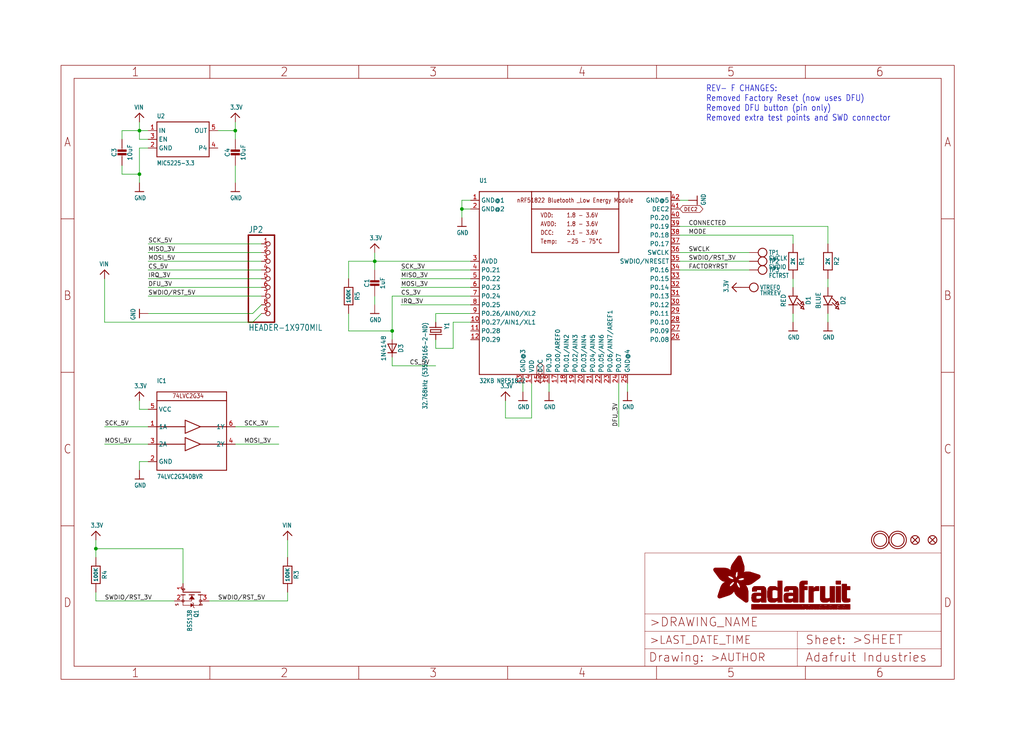
<source format=kicad_sch>
(kicad_sch (version 20211123) (generator eeschema)
  (paper "User" 298.45 217.881)
  (lib_symbols
    (symbol "schematicEagle-eagle-import:3.3V" (power)
      (property "Value" "3.3V" (at -1.524 1.016 0))
      (symbol "3.3V_1_0"
        (pin power_in line (at 0 -2.54 90) (length 2.54) (name "3.3V") (number "1"))
      )
    )
    (symbol "schematicEagle-eagle-import:74LVC2G34DBVR"
      (property "Reference" "IC" (at -7.62 15.24 0))
      (property "Value" "74LVC2G34DBVR" (at -7.62 -12.7 0))
      (symbol "74LVC2G34DBVR_1_0"
        (text "74LVC2G34" (at -3.175 10.795 0) (effects (font (size 1.27 1.0795)) (justify left bottom)))
        (pin input line (at -10.16 2.54 0) (length 2.54) (name "1A") (number "1"))
        (pin power_in line (at -10.16 -7.62 0) (length 2.54) (name "GND") (number "2"))
        (pin input line (at -10.16 -2.54 0) (length 2.54) (name "2A") (number "3"))
        (pin output line (at 15.24 -2.54 180) (length 2.54) (name "2Y") (number "4"))
        (pin power_in line (at -10.16 7.62 0) (length 2.54) (name "VCC") (number "5"))
        (pin output line (at 15.24 2.54 180) (length 2.54) (name "1Y") (number "6"))
      )
    )
    (symbol "schematicEagle-eagle-import:CAP_CERAMIC0805-NOOUTLINE"
      (property "Reference" "C" (at -2.29 1.25 90))
      (property "Value" "CAP_CERAMIC0805-NOOUTLINE" (at 2.3 1.25 90))
      (symbol "CAP_CERAMIC0805-NOOUTLINE_1_0"
        (pin passive line (at 0 5.08 270) (length 2.54) (name "1") (number "1"))
        (pin passive line (at 0 -2.54 90) (length 2.54) (name "2") (number "2"))
      )
    )
    (symbol "schematicEagle-eagle-import:CAP_CERAMIC0805_10MGAP"
      (property "Reference" "C" (at -2.29 1.25 90))
      (property "Value" "CAP_CERAMIC0805_10MGAP" (at 2.3 1.25 90))
      (symbol "CAP_CERAMIC0805_10MGAP_1_0"
        (pin passive line (at 0 5.08 270) (length 2.54) (name "1") (number "1"))
        (pin passive line (at 0 -2.54 90) (length 2.54) (name "2") (number "2"))
      )
    )
    (symbol "schematicEagle-eagle-import:CRYSTAL2.0X6.0_32.768"
      (property "Reference" "Y" (at -2.54 2.54 0))
      (property "Value" "CRYSTAL2.0X6.0_32.768" (at -2.54 -3.81 0))
      (symbol "CRYSTAL2.0X6.0_32.768_1_0"
        (pin passive line (at -2.54 0 0) (length 0) (name "1") (number "1"))
        (pin passive line (at 2.54 0 180) (length 0) (name "2") (number "2"))
      )
    )
    (symbol "schematicEagle-eagle-import:DIODESOD-323"
      (property "Reference" "D" (at 0 2.54 0))
      (property "Value" "DIODESOD-323" (at 0 -2.5 0))
      (symbol "DIODESOD-323_1_0"
        (pin passive line (at -2.54 0 0) (length 2.54) (name "A") (number "A"))
        (pin passive line (at 2.54 0 180) (length 2.54) (name "C") (number "C"))
      )
    )
    (symbol "schematicEagle-eagle-import:FIDUCIAL{dblquote}{dblquote}")
    (symbol "schematicEagle-eagle-import:FRAME_A4_ADAFRUIT"
      (symbol "FRAME_A4_ADAFRUIT_0_0"
        (text "1" (at 21.6958 1.905 0) (effects (font (size 2.54 2.286))))
        (text "1" (at 21.6958 177.165 0) (effects (font (size 2.54 2.286))))
        (text "2" (at 65.0875 1.905 0) (effects (font (size 2.54 2.286))))
        (text "2" (at 65.0875 177.165 0) (effects (font (size 2.54 2.286))))
        (text "3" (at 108.4792 1.905 0) (effects (font (size 2.54 2.286))))
        (text "3" (at 108.4792 177.165 0) (effects (font (size 2.54 2.286))))
        (text "4" (at 151.8708 1.905 0) (effects (font (size 2.54 2.286))))
        (text "4" (at 151.8708 177.165 0) (effects (font (size 2.54 2.286))))
        (text "5" (at 195.2625 1.905 0) (effects (font (size 2.54 2.286))))
        (text "5" (at 195.2625 177.165 0) (effects (font (size 2.54 2.286))))
        (text "6" (at 238.6542 1.905 0) (effects (font (size 2.54 2.286))))
        (text "6" (at 238.6542 177.165 0) (effects (font (size 2.54 2.286))))
        (text "A" (at 1.905 156.6863 0) (effects (font (size 2.54 2.286))))
        (text "A" (at 258.445 156.6863 0) (effects (font (size 2.54 2.286))))
        (text "B" (at 1.905 111.9188 0) (effects (font (size 2.54 2.286))))
        (text "B" (at 258.445 111.9188 0) (effects (font (size 2.54 2.286))))
        (text "C" (at 1.905 67.1513 0) (effects (font (size 2.54 2.286))))
        (text "C" (at 258.445 67.1513 0) (effects (font (size 2.54 2.286))))
        (text "D" (at 1.905 22.3838 0) (effects (font (size 2.54 2.286))))
        (text "D" (at 258.445 22.3838 0) (effects (font (size 2.54 2.286))))
      )
      (symbol "FRAME_A4_ADAFRUIT_1_0"
        (text ">AUTHOR" (at 189.23 5.08 0) (effects (font (size 2.286 2.286)) (justify left bottom)))
        (text ">DRAWING_NAME" (at 171.45 15.24 0) (effects (font (size 2.54 2.54)) (justify left bottom)))
        (text ">LAST_DATE_TIME" (at 171.45 10.16 0) (effects (font (size 2.286 2.286)) (justify left bottom)))
        (text ">SHEET" (at 230.505 10.16 0) (effects (font (size 2.54 2.54)) (justify left bottom)))
        (text "Adafruit Industries" (at 216.916 4.953 0) (effects (font (size 2.54 2.54)) (justify left bottom)))
        (text "Drawing:" (at 171.196 4.953 0) (effects (font (size 2.54 2.54)) (justify left bottom)))
        (text "Sheet:" (at 216.916 10.033 0) (effects (font (size 2.54 2.54)) (justify left bottom)))
      )
    )
    (symbol "schematicEagle-eagle-import:GND" (power)
      (property "Value" "GND" (at -1.524 -2.54 0))
      (symbol "GND_1_0"
        (pin power_in line (at 0 2.54 270) (length 2.54) (name "GND") (number "1"))
      )
    )
    (symbol "schematicEagle-eagle-import:HEADER-1X970MIL"
      (property "Reference" "JP" (at -6.35 13.335 0))
      (property "Value" "HEADER-1X970MIL" (at -6.35 -15.24 0))
      (symbol "HEADER-1X970MIL_1_0"
        (pin passive inverted (at -2.54 10.16 0) (length 2.54) (name "1") (number "1"))
        (pin passive inverted (at -2.54 7.62 0) (length 2.54) (name "2") (number "2"))
        (pin passive inverted (at -2.54 5.08 0) (length 2.54) (name "3") (number "3"))
        (pin passive inverted (at -2.54 2.54 0) (length 2.54) (name "4") (number "4"))
        (pin passive inverted (at -2.54 0 0) (length 2.54) (name "5") (number "5"))
        (pin passive inverted (at -2.54 -2.54 0) (length 2.54) (name "6") (number "6"))
        (pin passive inverted (at -2.54 -5.08 0) (length 2.54) (name "7") (number "7"))
        (pin passive inverted (at -2.54 -7.62 0) (length 2.54) (name "8") (number "8"))
        (pin passive inverted (at -2.54 -10.16 0) (length 2.54) (name "9") (number "9"))
      )
    )
    (symbol "schematicEagle-eagle-import:LED0805_NOOUTLINE"
      (property "Reference" "D" (at -1.27 4.445 0))
      (property "Value" "LED0805_NOOUTLINE" (at -1.27 -2.794 0))
      (symbol "LED0805_NOOUTLINE_1_0"
        (pin passive line (at -5.08 0 0) (length 2.54) (name "A") (number "A"))
        (pin passive line (at 2.54 0 180) (length 2.54) (name "C") (number "C"))
      )
    )
    (symbol "schematicEagle-eagle-import:MOSFET-NWIDE"
      (property "Reference" "Q" (at 5.08 0.635 0))
      (property "Value" "MOSFET-NWIDE" (at 5.08 -1.27 0))
      (symbol "MOSFET-NWIDE_1_0"
        (text "D" (at 3.175 3.175 0) (effects (font (size 0.8128 0.6908)) (justify left bottom)))
        (text "G" (at -1.27 -1.905 0) (effects (font (size 0.8128 0.6908)) (justify left bottom)))
        (text "S" (at 3.175 -3.81 0) (effects (font (size 0.8128 0.6908)) (justify left bottom)))
        (pin bidirectional line (at -2.54 -2.54 0) (length 2.54) (name "G") (number "1"))
        (pin bidirectional line (at 2.54 -5.08 90) (length 2.54) (name "S") (number "2"))
        (pin bidirectional line (at 2.54 5.08 270) (length 2.54) (name "D") (number "3"))
      )
    )
    (symbol "schematicEagle-eagle-import:MOUNTINGHOLE2.5")
    (symbol "schematicEagle-eagle-import:NRF51822_MODULE_MDBT40"
      (property "Reference" "U" (at -27.94 27.94 0))
      (property "Value" "NRF51822_MODULE_MDBT40" (at -27.94 -30.48 0))
      (symbol "NRF51822_MODULE_MDBT40_1_0"
        (text "-25 - 75°C" (at -2.54 10.16 0) (effects (font (size 1.27 1.0795)) (justify left bottom)))
        (text "1.8 - 3.6V" (at -2.54 15.24 0) (effects (font (size 1.27 1.0795)) (justify left bottom)))
        (text "1.8 - 3.6V" (at -2.54 17.78 0) (effects (font (size 1.27 1.0795)) (justify left bottom)))
        (text "2.1 - 3.6V" (at -2.54 12.7 0) (effects (font (size 1.27 1.0795)) (justify left bottom)))
        (text "AVDD:" (at -10.16 15.24 0) (effects (font (size 1.27 1.0795)) (justify left bottom)))
        (text "DCC:" (at -10.16 12.7 0) (effects (font (size 1.27 1.0795)) (justify left bottom)))
        (text "nRF51822 Bluetooth _Low Energy Module" (at 0 22.86 0) (effects (font (size 1.27 1.0795))))
        (text "Temp:" (at -10.16 10.16 0) (effects (font (size 1.27 1.0795)) (justify left bottom)))
        (text "VDD:" (at -10.16 17.78 0) (effects (font (size 1.27 1.0795)) (justify left bottom)))
        (pin power_in line (at -30.48 22.86 0) (length 2.54) (name "GND@1") (number "1"))
        (pin bidirectional line (at -30.48 -12.7 0) (length 2.54) (name "P0.27/AIN1/XL1") (number "10"))
        (pin bidirectional line (at -30.48 -15.24 0) (length 2.54) (name "P0.28") (number "11"))
        (pin bidirectional line (at -30.48 -17.78 0) (length 2.54) (name "P0.29") (number "12"))
        (pin power_in line (at -15.24 -30.48 90) (length 2.54) (name "GND@3") (number "13"))
        (pin power_in line (at -12.7 -30.48 90) (length 2.54) (name "VDD") (number "14"))
        (pin power_in line (at -10.16 -30.48 90) (length 2.54) (name "DCC") (number "15"))
        (pin bidirectional line (at -7.62 -30.48 90) (length 2.54) (name "P0.30") (number "16"))
        (pin bidirectional line (at -5.08 -30.48 90) (length 2.54) (name "P0.00/AREF0") (number "17"))
        (pin bidirectional line (at -2.54 -30.48 90) (length 2.54) (name "P0.01/AIN2") (number "18"))
        (pin bidirectional line (at 0 -30.48 90) (length 2.54) (name "P0.02/AIN3") (number "19"))
        (pin power_in line (at -30.48 20.32 0) (length 2.54) (name "GND@2") (number "2"))
        (pin bidirectional line (at 2.54 -30.48 90) (length 2.54) (name "P0.03/AIN4") (number "20"))
        (pin bidirectional line (at 5.08 -30.48 90) (length 2.54) (name "P0.04/AIN5") (number "21"))
        (pin bidirectional line (at 7.62 -30.48 90) (length 2.54) (name "P0.05/AIN6") (number "22"))
        (pin bidirectional line (at 10.16 -30.48 90) (length 2.54) (name "P0.06/AIN7/AREF1") (number "23"))
        (pin bidirectional line (at 12.7 -30.48 90) (length 2.54) (name "P0.07") (number "24"))
        (pin power_in line (at 15.24 -30.48 90) (length 2.54) (name "GND@4") (number "25"))
        (pin bidirectional line (at 30.48 -17.78 180) (length 2.54) (name "P0.08") (number "26"))
        (pin bidirectional line (at 30.48 -15.24 180) (length 2.54) (name "P0.09") (number "27"))
        (pin bidirectional line (at 30.48 -12.7 180) (length 2.54) (name "P0.10") (number "28"))
        (pin bidirectional line (at 30.48 -10.16 180) (length 2.54) (name "P0.11") (number "29"))
        (pin power_in line (at -30.48 5.08 0) (length 2.54) (name "AVDD") (number "3"))
        (pin bidirectional line (at 30.48 -7.62 180) (length 2.54) (name "P0.12") (number "30"))
        (pin bidirectional line (at 30.48 -5.08 180) (length 2.54) (name "P0.13") (number "31"))
        (pin bidirectional line (at 30.48 -2.54 180) (length 2.54) (name "P0.14") (number "32"))
        (pin bidirectional line (at 30.48 0 180) (length 2.54) (name "P0.15") (number "33"))
        (pin bidirectional line (at 30.48 2.54 180) (length 2.54) (name "P0.16") (number "34"))
        (pin bidirectional line (at 30.48 5.08 180) (length 2.54) (name "SWDIO/NRESET") (number "35"))
        (pin bidirectional line (at 30.48 7.62 180) (length 2.54) (name "SWCLK") (number "36"))
        (pin bidirectional line (at 30.48 10.16 180) (length 2.54) (name "P0.17") (number "37"))
        (pin bidirectional line (at 30.48 12.7 180) (length 2.54) (name "P0.18") (number "38"))
        (pin bidirectional line (at 30.48 15.24 180) (length 2.54) (name "P0.19") (number "39"))
        (pin bidirectional line (at -30.48 2.54 0) (length 2.54) (name "P0.21") (number "4"))
        (pin bidirectional line (at 30.48 17.78 180) (length 2.54) (name "P0.20") (number "40"))
        (pin power_in line (at 30.48 20.32 180) (length 2.54) (name "DEC2") (number "41"))
        (pin power_in line (at 30.48 22.86 180) (length 2.54) (name "GND@5") (number "42"))
        (pin bidirectional line (at -30.48 0 0) (length 2.54) (name "P0.22") (number "5"))
        (pin bidirectional line (at -30.48 -2.54 0) (length 2.54) (name "P0.23") (number "6"))
        (pin bidirectional line (at -30.48 -5.08 0) (length 2.54) (name "P0.24") (number "7"))
        (pin bidirectional line (at -30.48 -7.62 0) (length 2.54) (name "P0.25") (number "8"))
        (pin bidirectional line (at -30.48 -10.16 0) (length 2.54) (name "P0.26/AIN0/XL2") (number "9"))
      )
    )
    (symbol "schematicEagle-eagle-import:RESISTOR0805_NOOUTLINE"
      (property "Reference" "R" (at 0 2.54 0))
      (property "Value" "RESISTOR0805_NOOUTLINE" (at 0 0 0))
      (symbol "RESISTOR0805_NOOUTLINE_1_0"
        (pin passive line (at -5.08 0 0) (length 2.54) (name "1") (number "1"))
        (pin passive line (at 5.08 0 180) (length 2.54) (name "2") (number "2"))
      )
    )
    (symbol "schematicEagle-eagle-import:RESISTOR_0805MP"
      (property "Reference" "R" (at 0 2.54 0))
      (property "Value" "RESISTOR_0805MP" (at 0 0 0))
      (symbol "RESISTOR_0805MP_1_0"
        (pin passive line (at -5.08 0 0) (length 2.54) (name "1") (number "1"))
        (pin passive line (at 5.08 0 180) (length 2.54) (name "2") (number "2"))
      )
    )
    (symbol "schematicEagle-eagle-import:TESTPOINT1.5X2.0MM_NOCREAM"
      (property "Reference" "TP" (at 0 5.588 90))
      (property "Value" "TESTPOINT1.5X2.0MM_NOCREAM" (at 1.651 5.588 90))
      (symbol "TESTPOINT1.5X2.0MM_NOCREAM_1_0"
        (pin bidirectional line (at 0 0 90) (length 2.54) (name "P$1") (number "P$1"))
      )
    )
    (symbol "schematicEagle-eagle-import:VIN" (power)
      (property "Value" "VIN" (at -1.524 1.016 0))
      (symbol "VIN_1_0"
        (pin power_in line (at 0 -2.54 90) (length 2.54) (name "VIN") (number "1"))
      )
    )
    (symbol "schematicEagle-eagle-import:VREG_SOT23-5"
      (property "Reference" "U" (at -7.62 6.096 0))
      (property "Value" "VREG_SOT23-5" (at -7.62 -7.62 0))
      (symbol "VREG_SOT23-5_1_0"
        (pin power_in line (at -10.16 2.54 0) (length 2.54) (name "IN") (number "1"))
        (pin power_in line (at -10.16 -2.54 0) (length 2.54) (name "GND") (number "2"))
        (pin input line (at -10.16 0 0) (length 2.54) (name "EN") (number "3"))
        (pin bidirectional line (at 10.16 -2.54 180) (length 2.54) (name "P4") (number "4"))
        (pin power_in line (at 10.16 2.54 180) (length 2.54) (name "OUT") (number "5"))
      )
    )
  )
  (junction (at 114.3 96.52))
  (junction (at 109.22 76.2))
  (junction (at 40.64 38.1))
  (junction (at 134.62 60.96))
  (junction (at 27.94 160.02))
  (junction (at 40.64 50.8))
  (junction (at 68.58 38.1))
  (wire (pts (xy 43.18 86.36) (xy 76.2 86.36)))
  (wire (pts (xy 30.48 129.54) (xy 43.18 129.54)))
  (wire (pts (xy 198.12 78.74) (xy 218.44 78.74)))
  (wire (pts (xy 43.18 119.38) (xy 40.64 119.38)))
  (wire (pts (xy 132.08 101.6) (xy 132.08 93.98)))
  (wire (pts (xy 137.16 60.96) (xy 134.62 60.96)))
  (wire (pts (xy 114.3 106.68) (xy 127 106.68)))
  (wire (pts (xy 114.3 106.68) (xy 114.3 104.14)))
  (wire (pts (xy 132.08 93.98) (xy 137.16 93.98)))
  (wire (pts (xy 241.3 66.04) (xy 241.3 71.12)))
  (wire (pts (xy 180.34 111.76) (xy 180.34 124.46)))
  (wire (pts (xy 43.18 134.62) (xy 40.64 134.62)))
  (wire (pts (xy 116.84 88.9) (xy 137.16 88.9)))
  (wire (pts (xy 40.64 119.38) (xy 40.64 116.84)))
  (wire (pts (xy 114.3 86.36) (xy 137.16 86.36)))
  (wire (pts (xy 68.58 48.26) (xy 68.58 53.34)))
  (wire (pts (xy 27.94 175.26) (xy 50.8 175.26)))
  (wire (pts (xy 127 99.06) (xy 127 101.6)))
  (wire (pts (xy 116.84 78.74) (xy 137.16 78.74)))
  (wire (pts (xy 35.56 38.1) (xy 35.56 40.64)))
  (wire (pts (xy 43.18 40.64) (xy 40.64 40.64)))
  (wire (pts (xy 53.34 160.02) (xy 27.94 160.02)))
  (wire (pts (xy 198.12 68.58) (xy 231.14 68.58)))
  (wire (pts (xy 40.64 50.8) (xy 35.56 50.8)))
  (wire (pts (xy 27.94 162.56) (xy 27.94 160.02)))
  (wire (pts (xy 152.4 111.76) (xy 152.4 114.3)))
  (wire (pts (xy 68.58 38.1) (xy 68.58 40.64)))
  (wire (pts (xy 76.2 83.82) (xy 43.18 83.82)))
  (wire (pts (xy 198.12 76.2) (xy 218.44 76.2)))
  (wire (pts (xy 198.12 58.42) (xy 200.66 58.42)))
  (wire (pts (xy 40.64 38.1) (xy 35.56 38.1)))
  (wire (pts (xy 116.84 81.28) (xy 137.16 81.28)))
  (wire (pts (xy 40.64 38.1) (xy 40.64 35.56)))
  (wire (pts (xy 83.82 172.72) (xy 83.82 175.26)))
  (wire (pts (xy 101.6 96.52) (xy 114.3 96.52)))
  (wire (pts (xy 30.48 93.98) (xy 30.48 81.28)))
  (wire (pts (xy 127 101.6) (xy 132.08 101.6)))
  (wire (pts (xy 137.16 76.2) (xy 109.22 76.2)))
  (wire (pts (xy 101.6 76.2) (xy 101.6 81.28)))
  (wire (pts (xy 40.64 43.18) (xy 40.64 50.8)))
  (wire (pts (xy 137.16 58.42) (xy 134.62 58.42)))
  (wire (pts (xy 182.88 111.76) (xy 182.88 114.3)))
  (wire (pts (xy 231.14 91.44) (xy 231.14 93.98)))
  (wire (pts (xy 137.16 91.44) (xy 127 91.44)))
  (wire (pts (xy 40.64 50.8) (xy 40.64 53.34)))
  (wire (pts (xy 27.94 175.26) (xy 27.94 172.72)))
  (wire (pts (xy 68.58 124.46) (xy 81.28 124.46)))
  (wire (pts (xy 198.12 73.66) (xy 218.44 73.66)))
  (wire (pts (xy 241.3 91.44) (xy 241.3 93.98)))
  (wire (pts (xy 231.14 68.58) (xy 231.14 71.12)))
  (wire (pts (xy 134.62 60.96) (xy 134.62 63.5)))
  (wire (pts (xy 30.48 124.46) (xy 43.18 124.46)))
  (wire (pts (xy 68.58 129.54) (xy 81.28 129.54)))
  (wire (pts (xy 43.18 78.74) (xy 76.2 78.74)))
  (wire (pts (xy 73.66 93.98) (xy 76.2 91.44)))
  (wire (pts (xy 43.18 76.2) (xy 76.2 76.2)))
  (wire (pts (xy 134.62 58.42) (xy 134.62 60.96)))
  (wire (pts (xy 109.22 76.2) (xy 109.22 73.66)))
  (wire (pts (xy 73.66 91.44) (xy 76.2 88.9)))
  (wire (pts (xy 43.18 81.28) (xy 76.2 81.28)))
  (wire (pts (xy 109.22 86.36) (xy 109.22 88.9)))
  (wire (pts (xy 241.3 81.28) (xy 241.3 83.82)))
  (wire (pts (xy 160.02 111.76) (xy 160.02 114.3)))
  (wire (pts (xy 40.64 134.62) (xy 40.64 137.16)))
  (wire (pts (xy 73.66 93.98) (xy 30.48 93.98)))
  (wire (pts (xy 114.3 96.52) (xy 114.3 99.06)))
  (wire (pts (xy 43.18 43.18) (xy 40.64 43.18)))
  (wire (pts (xy 147.32 121.92) (xy 147.32 116.84)))
  (wire (pts (xy 43.18 38.1) (xy 40.64 38.1)))
  (wire (pts (xy 40.64 40.64) (xy 40.64 38.1)))
  (wire (pts (xy 60.96 175.26) (xy 83.82 175.26)))
  (wire (pts (xy 35.56 50.8) (xy 35.56 48.26)))
  (wire (pts (xy 68.58 38.1) (xy 68.58 35.56)))
  (wire (pts (xy 43.18 71.12) (xy 76.2 71.12)))
  (wire (pts (xy 114.3 86.36) (xy 114.3 96.52)))
  (wire (pts (xy 53.34 170.18) (xy 53.34 160.02)))
  (wire (pts (xy 101.6 91.44) (xy 101.6 96.52)))
  (wire (pts (xy 116.84 83.82) (xy 137.16 83.82)))
  (wire (pts (xy 127 91.44) (xy 127 93.98)))
  (wire (pts (xy 154.94 121.92) (xy 147.32 121.92)))
  (wire (pts (xy 43.18 73.66) (xy 76.2 73.66)))
  (wire (pts (xy 63.5 38.1) (xy 68.58 38.1)))
  (wire (pts (xy 154.94 111.76) (xy 154.94 121.92)))
  (wire (pts (xy 83.82 162.56) (xy 83.82 157.48)))
  (wire (pts (xy 198.12 66.04) (xy 241.3 66.04)))
  (wire (pts (xy 43.18 91.44) (xy 73.66 91.44)))
  (wire (pts (xy 109.22 76.2) (xy 109.22 78.74)))
  (wire (pts (xy 27.94 160.02) (xy 27.94 157.48)))
  (wire (pts (xy 109.22 76.2) (xy 101.6 76.2)))
  (wire (pts (xy 231.14 81.28) (xy 231.14 83.82)))
  (text "REV- F CHANGES:\nRemoved Factory Reset (now uses DFU)\nRemoved DFU button (pin only)\nRemoved extra test points and SWD connector" (at 205.74 35.56 0) (effects (font (size 1.778 1.5113)) (justify left bottom)))
  (label "MOSI_5V" (at 43.18 76.2 0) (effects (font (size 1.2446 1.2446))))
  (label "SWDIO/RST_3V" (at 200.66 76.2 0) (effects (font (size 1.2446 1.2446))))
  (label "SWDIO/RST_3V" (at 30.48 175.26 0) (effects (font (size 1.2446 1.2446))))
  (label "SWDIO/RST_5V" (at 63.5 175.26 0) (effects (font (size 1.2446 1.2446))))
  (label "MISO_3V" (at 116.84 81.28 0) (effects (font (size 1.2446 1.2446))))
  (label "IRQ_3V" (at 43.18 81.28 0) (effects (font (size 1.2446 1.2446))))
  (label "SWDIO/RST_5V" (at 43.18 86.36 0) (effects (font (size 1.2446 1.2446))))
  (label "MOSI_3V" (at 71.12 129.54 0) (effects (font (size 1.2446 1.2446))))
  (label "SWCLK" (at 200.66 73.66 0) (effects (font (size 1.2446 1.2446))))
  (label "MOSI_3V" (at 116.84 83.82 0) (effects (font (size 1.2446 1.2446))))
  (label "MODE" (at 200.66 68.58 0) (effects (font (size 1.2446 1.2446))))
  (label "SCK_5V" (at 30.48 124.46 0) (effects (font (size 1.2446 1.2446))))
  (label "CS_3V" (at 116.84 86.36 0) (effects (font (size 1.2446 1.2446))))
  (label "CS_5V" (at 119.38 106.68 0) (effects (font (size 1.2446 1.2446))))
  (label "MISO_3V" (at 43.18 73.66 0) (effects (font (size 1.2446 1.2446))))
  (label "CS_5V" (at 43.18 78.74 0) (effects (font (size 1.2446 1.2446))))
  (label "SCK_3V" (at 71.12 124.46 0) (effects (font (size 1.2446 1.2446))))
  (label "SCK_3V" (at 116.84 78.74 0) (effects (font (size 1.2446 1.2446))))
  (label "MOSI_5V" (at 30.48 129.54 0) (effects (font (size 1.2446 1.2446))))
  (label "CONNECTED" (at 200.66 66.04 0) (effects (font (size 1.2446 1.2446))))
  (label "DFU_3V" (at 43.18 83.82 0) (effects (font (size 1.2446 1.2446))))
  (label "IRQ_3V" (at 116.84 88.9 0) (effects (font (size 1.2446 1.2446))))
  (label "FACTORYRST" (at 200.66 78.74 0) (effects (font (size 1.2446 1.2446))))
  (label "DFU_3V" (at 180.34 124.46 90) (effects (font (size 1.2446 1.2446))))
  (label "SCK_5V" (at 43.18 71.12 0) (effects (font (size 1.2446 1.2446))))
  (global_label "DCC" (shape bidirectional) (at 157.48 111.76 90) (effects (font (size 1.016 1.016))) (property "Intersheet References" "${INTERSHEET_REFS}" (effects hide)))
  (global_label "DEC2" (shape bidirectional) (at 198.12 60.96 0) (effects (font (size 1.016 1.016))) (property "Intersheet References" "${INTERSHEET_REFS}" (effects hide)))
  (symbol (lib_id "schematicEagle-eagle-import:TESTPOINT1.5X2.0MM_NOCREAM") (at 218.44 76.2 270) (unit 1)
    (property "Reference" "TP2" (at 224.028 76.2 90) (effects (font (size 1.27 1.0795)) (justify left)))
    (property "Value" "SWDIO" (at 224.028 77.851 90) (effects (font (size 1.27 1.0795)) (justify left)))
    (property "Footprint" "schematicEagle:PAD-1.5X2.0" (effects hide))
  )
  (symbol (lib_id "schematicEagle-eagle-import:GND") (at 203.2 58.42 90) (unit 1)
    (property "Reference" "#U$13" (effects hide))
    (property "Value" "GND" (at 205.74 59.944 0) (effects (font (size 1.27 1.0795)) (justify left bottom)))
    (property "Footprint" "schematicEagle:" (effects hide))
  )
  (symbol (lib_id "schematicEagle-eagle-import:CRYSTAL2.0X6.0_32.768") (at 127 96.52 270) (unit 1)
    (property "Reference" "Y1" (at 129.54 93.98 0) (effects (font (size 1.27 1.0795)) (justify left bottom)))
    (property "Value" "32.768kHz (535-9166-2-ND)" (at 123.19 93.98 0) (effects (font (size 1.27 1.0795)) (justify left bottom)))
    (property "Footprint" "schematicEagle:CRYSTAL_CYL_2X6MM_SMT" (effects hide))
  )
  (symbol (lib_id "schematicEagle-eagle-import:TESTPOINT1.5X2.0MM_NOCREAM") (at 215.9 83.82 270) (unit 1)
    (property "Reference" "VTREF0" (at 221.488 83.82 90) (effects (font (size 1.27 1.0795)) (justify left)))
    (property "Value" "THREEV" (at 221.488 85.471 90) (effects (font (size 1.27 1.0795)) (justify left)))
    (property "Footprint" "schematicEagle:PAD-1.5X2.0" (effects hide))
  )
  (symbol (lib_id "schematicEagle-eagle-import:VIN") (at 40.64 33.02 0) (unit 1)
    (property "Reference" "#U$19" (effects hide))
    (property "Value" "VIN" (at 39.116 32.004 0) (effects (font (size 1.27 1.0795)) (justify left bottom)))
    (property "Footprint" "schematicEagle:" (effects hide))
  )
  (symbol (lib_id "schematicEagle-eagle-import:GND") (at 40.64 91.44 270) (unit 1)
    (property "Reference" "#U$2" (effects hide))
    (property "Value" "GND" (at 38.1 89.916 0) (effects (font (size 1.27 1.0795)) (justify left bottom)))
    (property "Footprint" "schematicEagle:" (effects hide))
  )
  (symbol (lib_id "schematicEagle-eagle-import:3.3V") (at 147.32 114.3 0) (unit 1)
    (property "Reference" "#U$14" (effects hide))
    (property "Value" "3.3V" (at 145.796 113.284 0) (effects (font (size 1.27 1.0795)) (justify left bottom)))
    (property "Footprint" "schematicEagle:" (effects hide))
  )
  (symbol (lib_id "schematicEagle-eagle-import:74LVC2G34DBVR") (at 53.34 127 0) (unit 1)
    (property "Reference" "IC1" (at 45.72 111.76 0) (effects (font (size 1.27 1.0795)) (justify left bottom)))
    (property "Value" "74LVC2G34DBVR" (at 45.72 139.7 0) (effects (font (size 1.27 1.0795)) (justify left bottom)))
    (property "Footprint" "schematicEagle:SOT23-6" (effects hide))
  )
  (symbol (lib_id "schematicEagle-eagle-import:RESISTOR0805_NOOUTLINE") (at 27.94 167.64 270) (unit 1)
    (property "Reference" "R4" (at 30.48 167.64 0))
    (property "Value" "100K" (at 27.94 167.64 0) (effects (font (size 1.016 1.016) bold)))
    (property "Footprint" "schematicEagle:0805-NO" (effects hide))
  )
  (symbol (lib_id "schematicEagle-eagle-import:GND") (at 182.88 116.84 0) (unit 1)
    (property "Reference" "#U$10" (effects hide))
    (property "Value" "GND" (at 181.356 119.38 0) (effects (font (size 1.27 1.0795)) (justify left bottom)))
    (property "Footprint" "schematicEagle:" (effects hide))
  )
  (symbol (lib_id "schematicEagle-eagle-import:3.3V") (at 213.36 83.82 90) (unit 1)
    (property "Reference" "#U$4" (effects hide))
    (property "Value" "3.3V" (at 212.344 85.344 0) (effects (font (size 1.27 1.0795)) (justify left bottom)))
    (property "Footprint" "schematicEagle:" (effects hide))
  )
  (symbol (lib_id "schematicEagle-eagle-import:TESTPOINT1.5X2.0MM_NOCREAM") (at 218.44 78.74 270) (unit 1)
    (property "Reference" "TP3" (at 224.028 78.74 90) (effects (font (size 1.27 1.0795)) (justify left)))
    (property "Value" "FCTRST" (at 224.028 80.391 90) (effects (font (size 1.27 1.0795)) (justify left)))
    (property "Footprint" "schematicEagle:PAD-1.5X2.0" (effects hide))
  )
  (symbol (lib_id "schematicEagle-eagle-import:DIODESOD-323") (at 114.3 101.6 270) (unit 1)
    (property "Reference" "D3" (at 116.84 101.6 0))
    (property "Value" "1N4148" (at 111.8 101.6 0))
    (property "Footprint" "schematicEagle:SOD-323" (effects hide))
  )
  (symbol (lib_id "schematicEagle-eagle-import:3.3V") (at 27.94 154.94 0) (unit 1)
    (property "Reference" "#U$31" (effects hide))
    (property "Value" "3.3V" (at 26.416 153.924 0) (effects (font (size 1.27 1.0795)) (justify left bottom)))
    (property "Footprint" "schematicEagle:" (effects hide))
  )
  (symbol (lib_id "schematicEagle-eagle-import:RESISTOR_0805MP") (at 231.14 76.2 270) (unit 1)
    (property "Reference" "R1" (at 233.68 76.2 0))
    (property "Value" "2K" (at 231.14 76.2 0) (effects (font (size 1.016 1.016) bold)))
    (property "Footprint" "schematicEagle:_0805MP" (effects hide))
  )
  (symbol (lib_id "schematicEagle-eagle-import:GND") (at 134.62 66.04 0) (unit 1)
    (property "Reference" "#U$12" (effects hide))
    (property "Value" "GND" (at 133.096 68.58 0) (effects (font (size 1.27 1.0795)) (justify left bottom)))
    (property "Footprint" "schematicEagle:" (effects hide))
  )
  (symbol (lib_id "schematicEagle-eagle-import:3.3V") (at 109.22 71.12 0) (unit 1)
    (property "Reference" "#U$16" (effects hide))
    (property "Value" "3.3V" (at 107.696 70.104 0) (effects (font (size 1.27 1.0795)) (justify left bottom)))
    (property "Footprint" "schematicEagle:" (effects hide))
  )
  (symbol (lib_id "schematicEagle-eagle-import:GND") (at 40.64 139.7 0) (unit 1)
    (property "Reference" "#U$34" (effects hide))
    (property "Value" "GND" (at 39.116 142.24 0) (effects (font (size 1.27 1.0795)) (justify left bottom)))
    (property "Footprint" "schematicEagle:" (effects hide))
  )
  (symbol (lib_id "schematicEagle-eagle-import:MOUNTINGHOLE2.5") (at 261.62 157.48 0) (unit 1)
    (property "Reference" "U$28" (effects hide))
    (property "Value" "MOUNTINGHOLE2.5" (effects hide))
    (property "Footprint" "schematicEagle:MOUNTINGHOLE_2.5_PLATED" (effects hide))
  )
  (symbol (lib_id "schematicEagle-eagle-import:CAP_CERAMIC0805_10MGAP") (at 68.58 45.72 0) (unit 1)
    (property "Reference" "C4" (at 66.29 44.47 90))
    (property "Value" "10uF" (at 70.88 44.47 90))
    (property "Footprint" "schematicEagle:0805_10MGAP" (effects hide))
  )
  (symbol (lib_id "schematicEagle-eagle-import:3.3V") (at 68.58 33.02 0) (unit 1)
    (property "Reference" "#U$22" (effects hide))
    (property "Value" "3.3V" (at 67.056 32.004 0) (effects (font (size 1.27 1.0795)) (justify left bottom)))
    (property "Footprint" "schematicEagle:" (effects hide))
  )
  (symbol (lib_id "schematicEagle-eagle-import:FRAME_A4_ADAFRUIT") (at 17.78 198.12 0) (unit 1)
    (property "Reference" "#U$1" (effects hide))
    (property "Value" "FRAME_A4_ADAFRUIT" (effects hide))
    (property "Footprint" "schematicEagle:" (effects hide))
  )
  (symbol (lib_id "schematicEagle-eagle-import:3.3V") (at 40.64 114.3 0) (unit 1)
    (property "Reference" "#U$33" (effects hide))
    (property "Value" "3.3V" (at 39.116 113.284 0) (effects (font (size 1.27 1.0795)) (justify left bottom)))
    (property "Footprint" "schematicEagle:" (effects hide))
  )
  (symbol (lib_id "schematicEagle-eagle-import:GND") (at 40.64 55.88 0) (unit 1)
    (property "Reference" "#U$20" (effects hide))
    (property "Value" "GND" (at 39.116 58.42 0) (effects (font (size 1.27 1.0795)) (justify left bottom)))
    (property "Footprint" "schematicEagle:" (effects hide))
  )
  (symbol (lib_id "schematicEagle-eagle-import:MOUNTINGHOLE2.5") (at 256.54 157.48 0) (unit 1)
    (property "Reference" "U$29" (effects hide))
    (property "Value" "MOUNTINGHOLE2.5" (effects hide))
    (property "Footprint" "schematicEagle:MOUNTINGHOLE_2.5_PLATED" (effects hide))
  )
  (symbol (lib_id "schematicEagle-eagle-import:GND") (at 160.02 116.84 0) (unit 1)
    (property "Reference" "#U$8" (effects hide))
    (property "Value" "GND" (at 158.496 119.38 0) (effects (font (size 1.27 1.0795)) (justify left bottom)))
    (property "Footprint" "schematicEagle:" (effects hide))
  )
  (symbol (lib_id "schematicEagle-eagle-import:RESISTOR_0805MP") (at 101.6 86.36 270) (unit 1)
    (property "Reference" "R5" (at 104.14 86.36 0))
    (property "Value" "100K" (at 101.6 86.36 0) (effects (font (size 1.016 1.016) bold)))
    (property "Footprint" "schematicEagle:_0805MP" (effects hide))
  )
  (symbol (lib_id "schematicEagle-eagle-import:VREG_SOT23-5") (at 53.34 40.64 0) (unit 1)
    (property "Reference" "U2" (at 45.72 34.544 0) (effects (font (size 1.27 1.0795)) (justify left bottom)))
    (property "Value" "MIC5225-3.3" (at 45.72 48.26 0) (effects (font (size 1.27 1.0795)) (justify left bottom)))
    (property "Footprint" "schematicEagle:SOT23-5" (effects hide))
  )
  (symbol (lib_id "schematicEagle-eagle-import:CAP_CERAMIC0805-NOOUTLINE") (at 35.56 45.72 0) (unit 1)
    (property "Reference" "C3" (at 33.27 44.47 90))
    (property "Value" "10uF" (at 37.86 44.47 90))
    (property "Footprint" "schematicEagle:0805-NO" (effects hide))
  )
  (symbol (lib_id "schematicEagle-eagle-import:HEADER-1X970MIL") (at 78.74 81.28 0) (unit 1)
    (property "Reference" "JP2" (at 72.39 67.945 0) (effects (font (size 1.778 1.5113)) (justify left bottom)))
    (property "Value" "HEADER-1X970MIL" (at 72.39 96.52 0) (effects (font (size 1.778 1.5113)) (justify left bottom)))
    (property "Footprint" "schematicEagle:1X09_ROUND_70" (effects hide))
  )
  (symbol (lib_id "schematicEagle-eagle-import:RESISTOR_0805MP") (at 241.3 76.2 270) (unit 1)
    (property "Reference" "R2" (at 243.84 76.2 0))
    (property "Value" "2K" (at 241.3 76.2 0) (effects (font (size 1.016 1.016) bold)))
    (property "Footprint" "schematicEagle:_0805MP" (effects hide))
  )
  (symbol (lib_id "schematicEagle-eagle-import:GND") (at 68.58 55.88 0) (unit 1)
    (property "Reference" "#U$21" (effects hide))
    (property "Value" "GND" (at 67.056 58.42 0) (effects (font (size 1.27 1.0795)) (justify left bottom)))
    (property "Footprint" "schematicEagle:" (effects hide))
  )
  (symbol (lib_id "schematicEagle-eagle-import:CAP_CERAMIC0805_10MGAP") (at 109.22 83.82 0) (unit 1)
    (property "Reference" "C1" (at 106.93 82.57 90))
    (property "Value" "1uF" (at 111.52 82.57 90))
    (property "Footprint" "schematicEagle:0805_10MGAP" (effects hide))
  )
  (symbol (lib_id "schematicEagle-eagle-import:VIN") (at 30.48 78.74 0) (unit 1)
    (property "Reference" "#U$5" (effects hide))
    (property "Value" "VIN" (at 28.956 77.724 0) (effects (font (size 1.27 1.0795)) (justify left bottom)))
    (property "Footprint" "schematicEagle:" (effects hide))
  )
  (symbol (lib_id "schematicEagle-eagle-import:MOSFET-NWIDE") (at 55.88 172.72 270) (unit 1)
    (property "Reference" "Q1" (at 56.515 177.8 0) (effects (font (size 1.27 1.0795)) (justify left bottom)))
    (property "Value" "BSS138" (at 54.61 177.8 0) (effects (font (size 1.27 1.0795)) (justify left bottom)))
    (property "Footprint" "schematicEagle:SOT23-WIDE@1" (effects hide))
  )
  (symbol (lib_id "schematicEagle-eagle-import:RESISTOR0805_NOOUTLINE") (at 83.82 167.64 270) (unit 1)
    (property "Reference" "R3" (at 86.36 167.64 0))
    (property "Value" "100K" (at 83.82 167.64 0) (effects (font (size 1.016 1.016) bold)))
    (property "Footprint" "schematicEagle:0805-NO" (effects hide))
  )
  (symbol (lib_id "schematicEagle-eagle-import:GND") (at 241.3 96.52 0) (unit 1)
    (property "Reference" "#U$7" (effects hide))
    (property "Value" "GND" (at 239.776 99.06 0) (effects (font (size 1.27 1.0795)) (justify left bottom)))
    (property "Footprint" "schematicEagle:" (effects hide))
  )
  (symbol (lib_id "schematicEagle-eagle-import:GND") (at 109.22 91.44 0) (unit 1)
    (property "Reference" "#U$15" (effects hide))
    (property "Value" "GND" (at 107.696 93.98 0) (effects (font (size 1.27 1.0795)) (justify left bottom)))
    (property "Footprint" "schematicEagle:" (effects hide))
  )
  (symbol (lib_id "schematicEagle-eagle-import:NRF51822_MODULE_MDBT40") (at 167.64 81.28 0) (unit 1)
    (property "Reference" "U1" (at 139.7 53.34 0) (effects (font (size 1.27 1.0795)) (justify left bottom)))
    (property "Value" "32KB NRF51822" (at 139.7 111.76 0) (effects (font (size 1.27 1.0795)) (justify left bottom)))
    (property "Footprint" "schematicEagle:BLE_MODULE_RAYTAC_MDBT40" (effects hide))
  )
  (symbol (lib_id "schematicEagle-eagle-import:LED0805_NOOUTLINE") (at 231.14 88.9 270) (unit 1)
    (property "Reference" "D1" (at 235.585 87.63 0))
    (property "Value" "RED" (at 228.346 87.63 0))
    (property "Footprint" "schematicEagle:CHIPLED_0805_NOOUTLINE" (effects hide))
  )
  (symbol (lib_id "schematicEagle-eagle-import:GND") (at 231.14 96.52 0) (unit 1)
    (property "Reference" "#U$6" (effects hide))
    (property "Value" "GND" (at 229.616 99.06 0) (effects (font (size 1.27 1.0795)) (justify left bottom)))
    (property "Footprint" "schematicEagle:" (effects hide))
  )
  (symbol (lib_id "schematicEagle-eagle-import:TESTPOINT1.5X2.0MM_NOCREAM") (at 218.44 73.66 270) (unit 1)
    (property "Reference" "TP1" (at 224.028 73.66 90) (effects (font (size 1.27 1.0795)) (justify left)))
    (property "Value" "SWCLK" (at 224.028 75.311 90) (effects (font (size 1.27 1.0795)) (justify left)))
    (property "Footprint" "schematicEagle:PAD-1.5X2.0" (effects hide))
  )
  (symbol (lib_id "schematicEagle-eagle-import:FIDUCIAL{dblquote}{dblquote}") (at 266.7 157.48 0) (unit 1)
    (property "Reference" "FID3" (effects hide))
    (property "Value" "FIDUCIAL{dblquote}{dblquote}" (effects hide))
    (property "Footprint" "schematicEagle:FIDUCIAL_1MM" (effects hide))
  )
  (symbol (lib_id "schematicEagle-eagle-import:LED0805_NOOUTLINE") (at 241.3 88.9 270) (unit 1)
    (property "Reference" "D2" (at 245.745 87.63 0))
    (property "Value" "BLUE" (at 238.506 87.63 0))
    (property "Footprint" "schematicEagle:CHIPLED_0805_NOOUTLINE" (effects hide))
  )
  (symbol (lib_id "schematicEagle-eagle-import:VIN") (at 83.82 154.94 0) (unit 1)
    (property "Reference" "#U$32" (effects hide))
    (property "Value" "VIN" (at 82.296 153.924 0) (effects (font (size 1.27 1.0795)) (justify left bottom)))
    (property "Footprint" "schematicEagle:" (effects hide))
  )
  (symbol (lib_id "schematicEagle-eagle-import:FIDUCIAL{dblquote}{dblquote}") (at 271.78 157.48 0) (unit 1)
    (property "Reference" "FID1" (effects hide))
    (property "Value" "FIDUCIAL{dblquote}{dblquote}" (effects hide))
    (property "Footprint" "schematicEagle:FIDUCIAL_1MM" (effects hide))
  )
  (symbol (lib_id "schematicEagle-eagle-import:GND") (at 152.4 116.84 0) (unit 1)
    (property "Reference" "#U$11" (effects hide))
    (property "Value" "GND" (at 150.876 119.38 0) (effects (font (size 1.27 1.0795)) (justify left bottom)))
    (property "Footprint" "schematicEagle:" (effects hide))
  )
)
</source>
